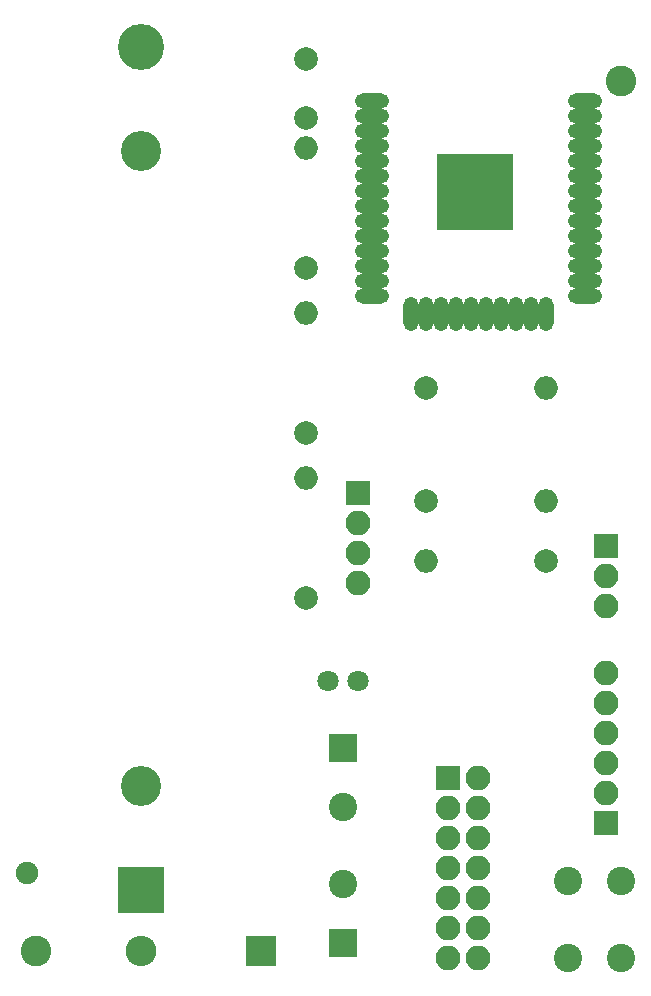
<source format=gts>
G04 #@! TF.GenerationSoftware,KiCad,Pcbnew,(5.0.0-3-g5ebb6b6)*
G04 #@! TF.CreationDate,2018-08-02T21:25:15+02:00*
G04 #@! TF.ProjectId,esp32-sensornode,65737033322D73656E736F726E6F6465,rev?*
G04 #@! TF.SameCoordinates,Original*
G04 #@! TF.FileFunction,Soldermask,Top*
G04 #@! TF.FilePolarity,Negative*
%FSLAX46Y46*%
G04 Gerber Fmt 4.6, Leading zero omitted, Abs format (unit mm)*
G04 Created by KiCad (PCBNEW (5.0.0-3-g5ebb6b6)) date Thursday, 02 August 2018 at 21:25:15*
%MOMM*%
%LPD*%
G01*
G04 APERTURE LIST*
%ADD10C,2.600000*%
%ADD11C,3.900000*%
%ADD12R,3.900000X3.900000*%
%ADD13C,3.400000*%
%ADD14C,1.900000*%
%ADD15C,1.800000*%
%ADD16R,2.600000X2.600000*%
%ADD17O,2.600000X2.600000*%
%ADD18R,2.100000X2.100000*%
%ADD19O,2.100000X2.100000*%
%ADD20C,2.000000*%
%ADD21O,2.000000X2.000000*%
%ADD22O,2.900000X1.300000*%
%ADD23O,1.300000X2.900000*%
%ADD24R,6.400000X6.400000*%
%ADD25C,2.400000*%
%ADD26R,2.400000X2.400000*%
G04 APERTURE END LIST*
D10*
G04 #@! TO.C,REF\002A\002A*
X180340000Y-130175000D03*
G04 #@! TD*
G04 #@! TO.C,REF\002A\002A*
X229870000Y-56515000D03*
G04 #@! TD*
D11*
G04 #@! TO.C,BT1*
X189280000Y-53650000D03*
D12*
X189280000Y-125050000D03*
D13*
X189280000Y-116200000D03*
X189280000Y-62500000D03*
D14*
X179580000Y-123600000D03*
G04 #@! TD*
D15*
G04 #@! TO.C,C3*
X205105000Y-107315000D03*
X207605000Y-107315000D03*
G04 #@! TD*
D16*
G04 #@! TO.C,D1*
X199390000Y-130175000D03*
D17*
X189230000Y-130175000D03*
G04 #@! TD*
D18*
G04 #@! TO.C,J2*
X228600000Y-119380000D03*
D19*
X228600000Y-116840000D03*
X228600000Y-114300000D03*
X228600000Y-111760000D03*
X228600000Y-109220000D03*
X228600000Y-106680000D03*
G04 #@! TD*
D18*
G04 #@! TO.C,J3*
X207645000Y-91440000D03*
D19*
X207645000Y-93980000D03*
X207645000Y-96520000D03*
X207645000Y-99060000D03*
G04 #@! TD*
D18*
G04 #@! TO.C,J4*
X228600000Y-95885000D03*
D19*
X228600000Y-98425000D03*
X228600000Y-100965000D03*
G04 #@! TD*
D20*
G04 #@! TO.C,R1*
X203200000Y-72390000D03*
D21*
X203200000Y-62230000D03*
G04 #@! TD*
G04 #@! TO.C,R2*
X223520000Y-82550000D03*
D20*
X213360000Y-82550000D03*
G04 #@! TD*
D21*
G04 #@! TO.C,R3*
X223520000Y-92075000D03*
D20*
X213360000Y-92075000D03*
G04 #@! TD*
G04 #@! TO.C,R6*
X203200000Y-100330000D03*
D21*
X203200000Y-90170000D03*
G04 #@! TD*
D20*
G04 #@! TO.C,R7*
X203200000Y-86360000D03*
D21*
X203200000Y-76200000D03*
G04 #@! TD*
D22*
G04 #@! TO.C,U1*
X226805000Y-58250000D03*
X226805000Y-59520000D03*
X226805000Y-60790000D03*
X226805000Y-62060000D03*
X226805000Y-63330000D03*
X226805000Y-64600000D03*
X226805000Y-65870000D03*
X226805000Y-67140000D03*
X226805000Y-68410000D03*
X226805000Y-69680000D03*
X226805000Y-70950000D03*
X226805000Y-72220000D03*
X226805000Y-73490000D03*
X226805000Y-74760000D03*
D23*
X223520000Y-76250000D03*
X222250000Y-76250000D03*
X220980000Y-76250000D03*
X219710000Y-76250000D03*
X218440000Y-76250000D03*
X217170000Y-76250000D03*
X215900000Y-76250000D03*
X214630000Y-76250000D03*
X213360000Y-76250000D03*
X212090000Y-76250000D03*
D22*
X208805000Y-74760000D03*
X208805000Y-73490000D03*
X208805000Y-72220000D03*
X208805000Y-70950000D03*
X208805000Y-69680000D03*
X208805000Y-68410000D03*
X208805000Y-67140000D03*
X208805000Y-65870000D03*
X208805000Y-64600000D03*
X208805000Y-63330000D03*
X208805000Y-62060000D03*
X208805000Y-60790000D03*
X208805000Y-59520000D03*
X208805000Y-58250000D03*
D24*
X217505000Y-65950000D03*
G04 #@! TD*
D25*
G04 #@! TO.C,SW1*
X229925000Y-130810000D03*
X225425000Y-130810000D03*
X229925000Y-124310000D03*
X225425000Y-124310000D03*
G04 #@! TD*
D20*
G04 #@! TO.C,R8*
X223520000Y-97155000D03*
D21*
X213360000Y-97155000D03*
G04 #@! TD*
D18*
G04 #@! TO.C,J1*
X215265000Y-115570000D03*
D19*
X217805000Y-115570000D03*
X215265000Y-118110000D03*
X217805000Y-118110000D03*
X215265000Y-120650000D03*
X217805000Y-120650000D03*
X215265000Y-123190000D03*
X217805000Y-123190000D03*
X215265000Y-125730000D03*
X217805000Y-125730000D03*
X215265000Y-128270000D03*
X217805000Y-128270000D03*
X215265000Y-130810000D03*
X217805000Y-130810000D03*
G04 #@! TD*
D20*
G04 #@! TO.C,C1*
X203200000Y-59690000D03*
X203200000Y-54690000D03*
G04 #@! TD*
D26*
G04 #@! TO.C,C5*
X206375000Y-113030000D03*
D25*
X206375000Y-118030000D03*
G04 #@! TD*
G04 #@! TO.C,C6*
X206375000Y-124540000D03*
D26*
X206375000Y-129540000D03*
G04 #@! TD*
M02*

</source>
